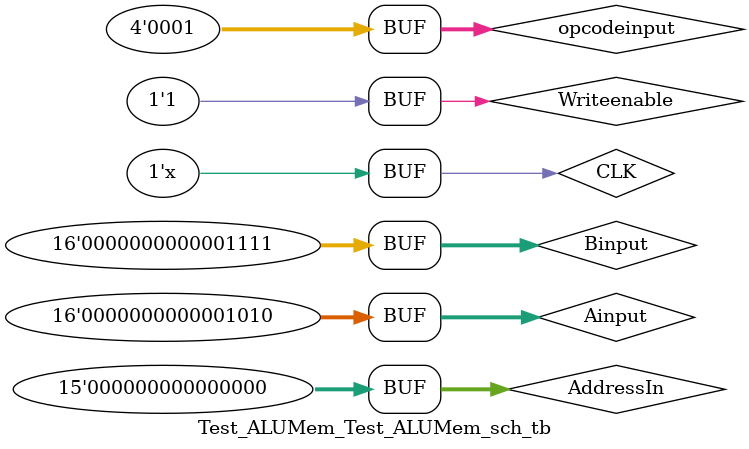
<source format=v>

`timescale 1ns / 1ps

module Test_ALUMem_Test_ALUMem_sch_tb();

// Inputs
   reg [15:0] Ainput;
   reg [15:0] Binput;
   reg [3:0] opcodeinput;
   reg CLK;
   reg [14:0] AddressIn;
   reg [0:0] Writeenable;

// Output
   wire [15:0] dataOut;

// Bidirs

// Instantiate the UUT
   Test_ALUMem UUT (
		.Ainput(Ainput), 
		.Binput(Binput), 
		.opcodeinput(opcodeinput), 
		.CLK(CLK), 
		.AddressIn(AddressIn), 
		.Writeenable(Writeenable), 
		.dataOut(dataOut)
   );
// Initialize Inputs

  
       initial begin
		Ainput = 0;
		Binput = 0;
		opcodeinput = 0;
		CLK = 0;
		AddressIn = 0;
		Writeenable = 0;
		#100
		opcodeinput=0;
		Ainput=1;
		Binput=0;
		AddressIn=0;
		Writeenable=1;
		#100
		if(dataOut==1)
		$display ("+ good");
		
		opcodeinput=1;
		#100
		if(dataOut==0)
		$display("good");
		
		
		Ainput=10;
		Binput=15;
		AddressIn=0;
		Writeenable=1;
		opcodeinput=0;
		#100
		if(dataOut==25)
		$display ("+ good");
		
		opcodeinput=1;
		#100
		if(dataOut==4'b1010)
		$display("good");
		
		
		
		
		
		
		
		
		
		
		
		

		
		
		
 end
	always #2 CLK = ~CLK;
endmodule

</source>
